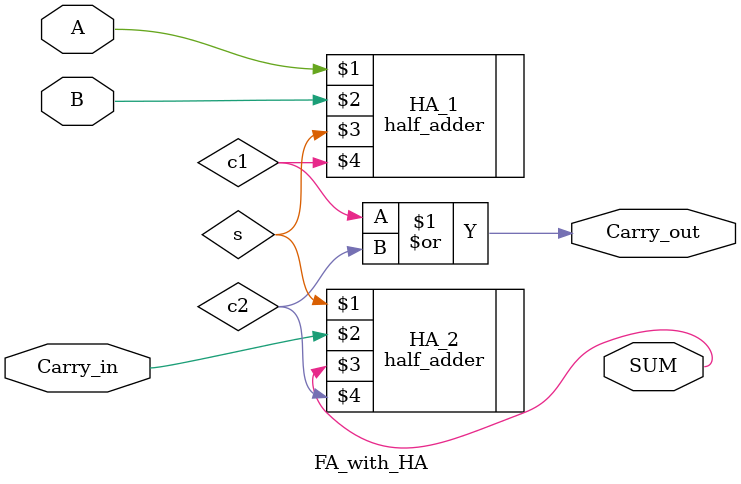
<source format=v>
`timescale 1ns / 1ps


module FA_with_HA(A, B, Carry_in, SUM, Carry_out);
input A, B, Carry_in;
output SUM, Carry_out;
wire c1, c2, s;

half_adder HA_1 (A, B, s, c1 );
half_adder HA_2 (s, Carry_in, SUM, c2);
assign Carry_out = c1|c2;

endmodule

</source>
